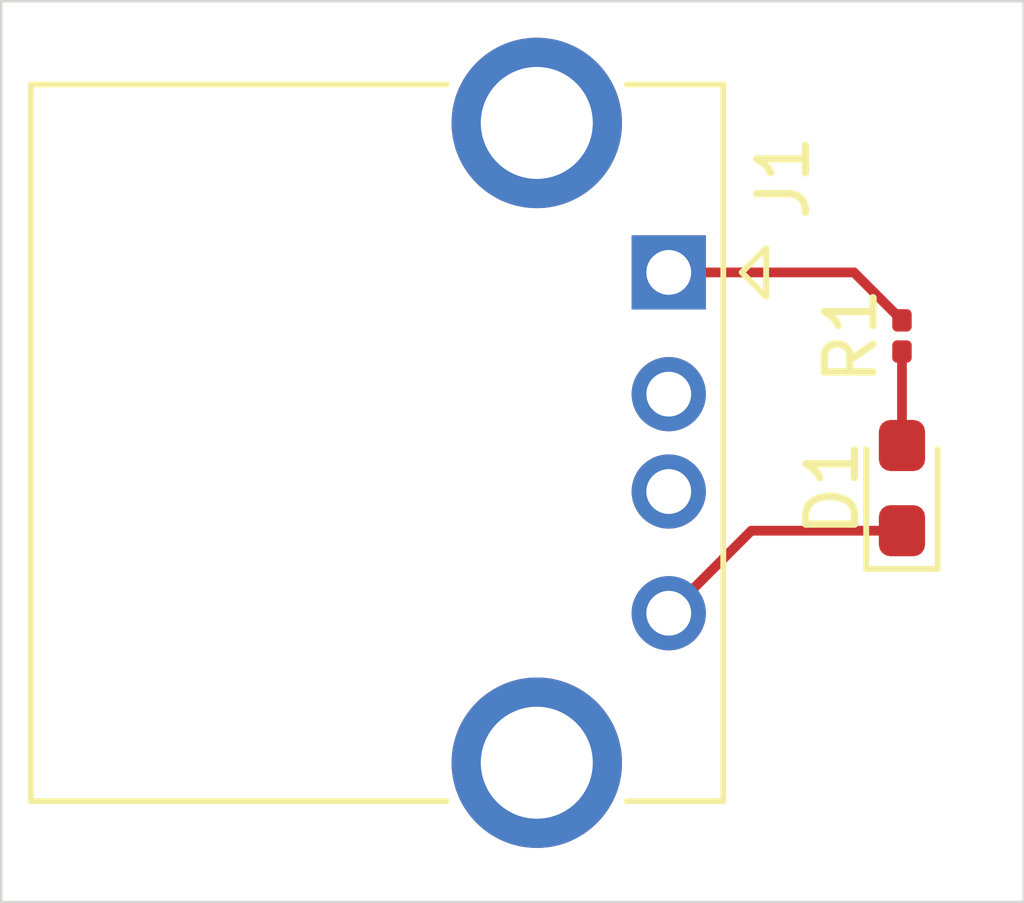
<source format=kicad_pcb>
(kicad_pcb (version 20240108) (generator "pcbnew") (generator_version "8.0")
  (layers (0 "F.Cu" signal) (31 "B.Cu" signal) (34 "B.Paste" user) (35 "F.Paste" user) (36 "B.SilkS" user "B.Silkscreen") (37 "F.SilkS" user "F.Silkscreen") (38 "B.Mask" user) (39 "F.Mask" user) (44 "Edge.Cuts" user))
  (net 0 "")
  (net 1 "GND")
  (net 2 "Net-(D1-A)")
  (net 3 "Net-(J1-VBUS)")
  (footprint "Connector_USB:USB_A_CONNFLY_DS1095-WNR0" (layer "F.Cu") (at 144.21 118.57 -90)
    (property "Reference" "J1" (at -1.95 -2.35 90) (layer "F.SilkS"))
    (property "Value" "USB_A")
    (fp_line (start -3.86 13.1) (end 10.86 13.1) (stroke (width 0.12)) (layer "F.SilkS"))
    (fp_line (start -3.86 4.56) (end -3.86 13.1) (stroke (width 0.12)) (layer "F.SilkS"))
    (fp_line (start 10.86 4.56) (end 10.86 13.1) (stroke (width 0.12)) (layer "F.SilkS"))
    (fp_line (start 10.86 0.86) (end 10.86 -1.12) (stroke (width 0.12)) (layer "F.SilkS"))
    (fp_line (start -3.86 -1.12) (end -3.86 0.86) (stroke (width 0.12)) (layer "F.SilkS"))
    (fp_line (start -3.86 -1.12) (end 10.86 -1.12) (stroke (width 0.12)) (layer "F.SilkS"))
    (fp_line (start 0 -1.5) (end 0.5 -2) (stroke (width 0.12)) (layer "F.SilkS"))
    (fp_line (start -0.5 -2) (end 0 -1.5) (stroke (width 0.12)) (layer "F.SilkS"))
    (fp_line (start 0.5 -2) (end -0.5 -2) (stroke (width 0.12)) (layer "F.SilkS"))
    (pad "1" thru_hole rect (at 0 0 270) (size 1.524 1.524) (drill 0.92) (layers "*.Cu" "*.Mask") (net 3 "Net-(J1-VBUS)"))
    (pad "2" thru_hole circle (at 2.5 0 270) (size 1.524 1.524) (drill 0.92) (layers "*.Cu" "*.Mask"))
    (pad "3" thru_hole circle (at 4.5 0 270) (size 1.524 1.524) (drill 0.92) (layers "*.Cu" "*.Mask"))
    (pad "4" thru_hole circle (at 7 0 270) (size 1.524 1.524) (drill 0.92) (layers "*.Cu" "*.Mask") (net 1 "GND"))
    (pad "5" thru_hole circle (at -3.07 2.71 270) (size 3.5 3.5) (drill 2.3) (layers "*.Cu" "*.Mask") (net 1 "GND"))
    (pad "5" thru_hole circle (at 10.07 2.71 270) (size 3.5 3.5) (drill 2.3) (layers "*.Cu" "*.Mask") (net 1 "GND"))
  )
  (footprint "LED_SMD:LED_0603_1608Metric_Pad1.05x0.95mm_HandSolder" (layer "F.Cu") (at 149 123 90)
    (property "Reference" "D1" (at 0 -1.43 90) (layer "F.SilkS"))
    (property "Value" "LED")
    (fp_line (start 0.8 -0.735) (end -1.66 -0.735) (stroke (width 0.12)) (layer "F.SilkS"))
    (fp_line (start -1.66 -0.735) (end -1.66 0.735) (stroke (width 0.12)) (layer "F.SilkS"))
    (fp_line (start -1.66 0.735) (end 0.8 0.735) (stroke (width 0.12)) (layer "F.SilkS"))
    (pad "1" smd roundrect (at -0.875 0 90) (size 1.05 0.95) (layers "F.Cu" "F.Paste" "F.Mask") (net 1 "GND"))
    (pad "2" smd roundrect (at 0.875 0 90) (size 1.05 0.95) (layers "F.Cu" "F.Paste" "F.Mask") (net 2 "Net-(D1-A)"))
  )
  (footprint "Resistor_SMD:R_0201_0603Metric" (layer "F.Cu") (at 149 119.875 90)
    (property "Reference" "R1" (at 0 -1.05 90) (layer "F.SilkS"))
    (property "Value" "R")
    (pad "1" smd roundrect (at -0.32 0 90) (size 0.46 0.4) (layers "F.Cu" "F.Mask") (net 2 "Net-(D1-A)"))
    (pad "2" smd roundrect (at 0.32 0 90) (size 0.46 0.4) (layers "F.Cu" "F.Mask") (net 3 "Net-(J1-VBUS)"))
  )
  (gr_rect (start 130.5 113) (end 151.5 131.5) (stroke (width 0.05)) (fill none) (layer "Edge.Cuts"))
  (segment (start 149 123.875) (end 145.905 123.875) (width 0.2) (layer "F.Cu") (net 1))
  (segment (start 145.905 123.875) (end 144.21 125.57) (width 0.2) (layer "F.Cu") (net 1))
  (segment (start 149 120.195) (end 149 122.125) (width 0.2) (layer "F.Cu") (net 2))
  (segment (start 148.015 118.57) (end 149 119.555) (width 0.2) (layer "F.Cu") (net 3))
  (segment (start 144.21 118.57) (end 148.015 118.57) (width 0.2) (layer "F.Cu") (net 3))
)
</source>
